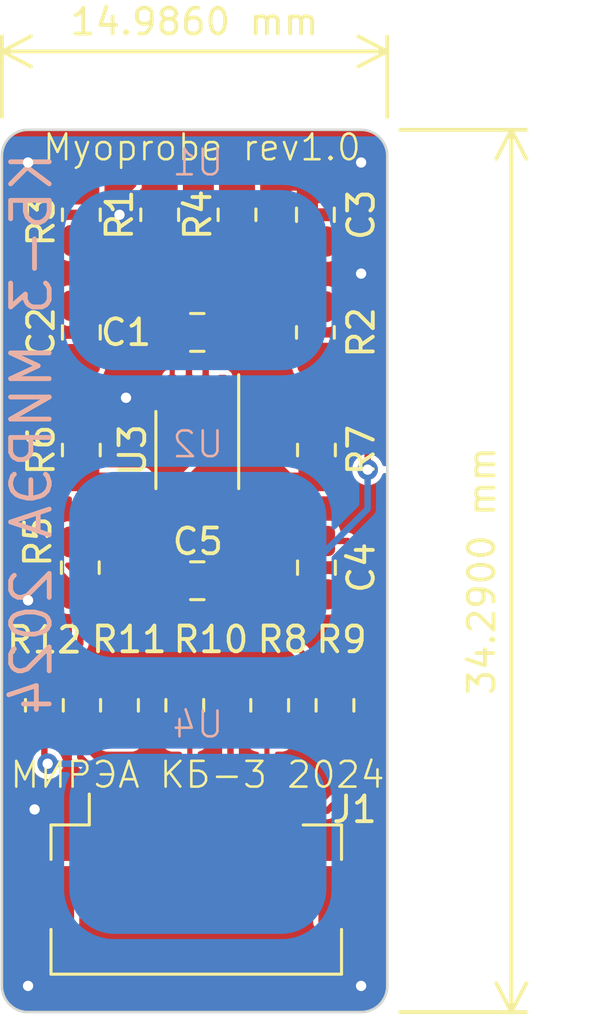
<source format=kicad_pcb>
(kicad_pcb (version 20221018) (generator pcbnew)
  (layers (0 "F.Cu" signal) (31 "B.Cu" signal) (34 "B.Paste" user) (35 "F.Paste" user) (36 "B.SilkS" user "B.Silkscreen") (37 "F.SilkS" user "F.Silkscreen") (38 "B.Mask" user) (39 "F.Mask" user) (44 "Edge.Cuts" user))
  (net 0 "")
  (net 1 "Net-(U3-+)")
  (net 2 "Net-(U3--)")
  (net 3 "GNDA")
  (net 4 "+3.3VA")
  (net 5 "OUT_P")
  (net 6 "Net-(C5-Pad2)")
  (net 7 "ADC_Vref")
  (net 8 "OUT_N")
  (net 9 "INA_Vref")
  (net 10 "Net-(R1-Pad2)")
  (net 11 "Net-(R2-Pad2)")
  (net 12 "Net-(U3-Ref)")
  (net 13 "Net-(U3-RG)")
  (net 14 "Net-(R12-Pad1)")
  (footprint "Connector_FFC-FPC:Hirose_FH12-16S-0.5SH_1x16-1MP_P0.50mm_Horizontal" (layer "F.Cu") (at 87.314 59.052)
    (fp_text reference "J1" (at 6.158 -1.902) (layer "F.SilkS"))
    (fp_text value "Conn_01x16")
    (fp_line (start -5.65 -1.3) (end -5.65 0.04) (stroke (width 0.12)) (layer "F.SilkS"))
    (fp_line (start -5.65 2.76) (end -5.65 4.5) (stroke (width 0.12)) (layer "F.SilkS"))
    (fp_line (start -5.65 4.5) (end 5.65 4.5) (stroke (width 0.12)) (layer "F.SilkS"))
    (fp_line (start -4.16 -1.3) (end -5.65 -1.3) (stroke (width 0.12)) (layer "F.SilkS"))
    (fp_line (start -4.16 -1.3) (end -4.16 -2.5) (stroke (width 0.12)) (layer "F.SilkS"))
    (fp_line (start 4.16 -1.3) (end 5.65 -1.3) (stroke (width 0.12)) (layer "F.SilkS"))
    (fp_line (start 5.65 -1.3) (end 5.65 0.04) (stroke (width 0.12)) (layer "F.SilkS"))
    (fp_line (start 5.65 4.5) (end 5.65 2.76) (stroke (width 0.12)) (layer "F.SilkS"))
    (pad "1" smd rect (at -3.75 -1.85) (size 0.3 1.3) (layers "F.Cu" "F.Paste" "F.Mask") (net 3 "GNDA"))
    (pad "2" smd rect (at -3.25 -1.85) (size 0.3 1.3) (layers "F.Cu" "F.Paste" "F.Mask") (net 9 "INA_Vref"))
    (pad "3" smd rect (at -2.75 -1.85) (size 0.3 1.3) (layers "F.Cu" "F.Paste" "F.Mask") (net 3 "GNDA"))
    (pad "4" smd rect (at -2.25 -1.85) (size 0.3 1.3) (layers "F.Cu" "F.Paste" "F.Mask") (net 3 "GNDA"))
    (pad "5" smd rect (at -1.75 -1.85) (size 0.3 1.3) (layers "F.Cu" "F.Paste" "F.Mask") (net 3 "GNDA"))
    (pad "6" smd rect (at -1.25 -1.85) (size 0.3 1.3) (layers "F.Cu" "F.Paste" "F.Mask") (net 3 "GNDA"))
    (pad "7" smd rect (at -0.75 -1.85) (size 0.3 1.3) (layers "F.Cu" "F.Paste" "F.Mask") (net 3 "GNDA"))
    (pad "8" smd rect (at -0.25 -1.85) (size 0.3 1.3) (layers "F.Cu" "F.Paste" "F.Mask") (net 8 "OUT_N"))
    (pad "9" smd rect (at 0.25 -1.85) (size 0.3 1.3) (layers "F.Cu" "F.Paste" "F.Mask") (net 3 "GNDA"))
    (pad "10" smd rect (at 0.75 -1.85) (size 0.3 1.3) (layers "F.Cu" "F.Paste" "F.Mask") (net 3 "GNDA"))
    (pad "11" smd rect (at 1.25 -1.85) (size 0.3 1.3) (layers "F.Cu" "F.Paste" "F.Mask") (net 3 "GNDA"))
    (pad "12" smd rect (at 1.75 -1.85) (size 0.3 1.3) (layers "F.Cu" "F.Paste" "F.Mask") (net 7 "ADC_Vref"))
    (pad "13" smd rect (at 2.25 -1.85) (size 0.3 1.3) (layers "F.Cu" "F.Paste" "F.Mask") (net 3 "GNDA"))
    (pad "14" smd rect (at 2.75 -1.85) (size 0.3 1.3) (layers "F.Cu" "F.Paste" "F.Mask") (net 5 "OUT_P"))
    (pad "15" smd rect (at 3.25 -1.85) (size 0.3 1.3) (layers "F.Cu" "F.Paste" "F.Mask") (net 3 "GNDA"))
    (pad "16" smd rect (at 3.75 -1.85) (size 0.3 1.3) (layers "F.Cu" "F.Paste" "F.Mask") (net 4 "+3.3VA"))
    (pad "MP" smd rect (at -5.65 1.4) (size 1.8 2.2) (layers "F.Cu" "F.Paste" "F.Mask"))
    (pad "MP" smd rect (at 5.65 1.4) (size 1.8 2.2) (layers "F.Cu" "F.Paste" "F.Mask"))
  )
  (footprint "Resistor_SMD:R_0805_2012Metric_Pad1.20x1.40mm_HandSolder" (layer "F.Cu") (at 90.17 53.102 90)
    (fp_text reference "R8" (at 2.556 0.508 180) (layer "F.SilkS"))
    (fp_text value "10k")
    (fp_line (start -0.227064 -0.735) (end 0.227064 -0.735) (stroke (width 0.12)) (layer "F.SilkS"))
    (fp_line (start -0.227064 0.735) (end 0.227064 0.735) (stroke (width 0.12)) (layer "F.SilkS"))
    (pad "1" smd roundrect (at -1 0 90) (size 1.2 1.4) (layers "F.Cu" "F.Paste" "F.Mask") (roundrect_rratio 0.2083333333) (net 5 "OUT_P"))
    (pad "2" smd roundrect (at 1 0 90) (size 1.2 1.4) (layers "F.Cu" "F.Paste" "F.Mask") (roundrect_rratio 0.2083333333) (net 7 "ADC_Vref"))
  )
  (footprint "Resistor_SMD:R_0805_2012Metric_Pad1.20x1.40mm_HandSolder" (layer "F.Cu") (at 81.407 53.102 90)
    (fp_text reference "R12" (at 2.54 0 180) (layer "F.SilkS"))
    (fp_text value "5.1k")
    (fp_line (start -0.227064 -0.735) (end 0.227064 -0.735) (stroke (width 0.12)) (layer "F.SilkS"))
    (fp_line (start -0.227064 0.735) (end 0.227064 0.735) (stroke (width 0.12)) (layer "F.SilkS"))
    (pad "1" smd roundrect (at -1 0 90) (size 1.2 1.4) (layers "F.Cu" "F.Paste" "F.Mask") (roundrect_rratio 0.2083333333) (net 14 "Net-(R12-Pad1)"))
    (pad "2" smd roundrect (at 1 0 90) (size 1.2 1.4) (layers "F.Cu" "F.Paste" "F.Mask") (roundrect_rratio 0.2083333333) (net 9 "INA_Vref"))
  )
  (footprint "Resistor_SMD:R_0805_2012Metric_Pad1.20x1.40mm_HandSolder" (layer "F.Cu") (at 82.804 47.752 90)
    (fp_text reference "R5" (at 1.016 -1.65 90) (layer "F.SilkS"))
    (fp_text value "1M")
    (fp_line (start -0.227064 -0.735) (end 0.227064 -0.735) (stroke (width 0.12)) (layer "F.SilkS"))
    (fp_line (start -0.227064 0.735) (end 0.227064 0.735) (stroke (width 0.12)) (layer "F.SilkS"))
    (pad "1" smd roundrect (at -1 0 90) (size 1.2 1.4) (layers "F.Cu" "F.Paste" "F.Mask") (roundrect_rratio 0.2083333333) (net 9 "INA_Vref"))
    (pad "2" smd roundrect (at 1 0 90) (size 1.2 1.4) (layers "F.Cu" "F.Paste" "F.Mask") (roundrect_rratio 0.2083333333) (net 12 "Net-(U3-Ref)"))
  )
  (footprint "Resistor_SMD:R_0805_2012Metric_Pad1.20x1.40mm_HandSolder" (layer "F.Cu") (at 82.8445 34.036 90)
    (fp_text reference "R3" (at -0.254 -1.5645 270) (layer "F.SilkS"))
    (fp_text value "1M")
    (fp_line (start -0.227064 -0.735) (end 0.227064 -0.735) (stroke (width 0.12)) (layer "F.SilkS"))
    (fp_line (start -0.227064 0.735) (end 0.227064 0.735) (stroke (width 0.12)) (layer "F.SilkS"))
    (pad "1" smd roundrect (at -1 0 90) (size 1.2 1.4) (layers "F.Cu" "F.Paste" "F.Mask") (roundrect_rratio 0.2083333333) (net 1 "Net-(U3-+)"))
    (pad "2" smd roundrect (at 1 0 90) (size 1.2 1.4) (layers "F.Cu" "F.Paste" "F.Mask") (roundrect_rratio 0.2083333333) (net 9 "INA_Vref"))
  )
  (footprint "Capacitor_SMD:C_0805_2012Metric_Pad1.18x1.45mm_HandSolder" (layer "F.Cu") (at 87.3545 48.26 180)
    (fp_text reference "C5" (at -0.0215 1.524) (layer "F.SilkS"))
    (fp_text value "22uF")
    (fp_line (start -0.261252 -0.735) (end 0.261252 -0.735) (stroke (width 0.12)) (layer "F.SilkS"))
    (fp_line (start -0.261252 0.735) (end 0.261252 0.735) (stroke (width 0.12)) (layer "F.SilkS"))
    (pad "1" smd roundrect (at -1.0375 0 180) (size 1.175 1.45) (layers "F.Cu" "F.Paste" "F.Mask") (roundrect_rratio 0.2127659574) (net 5 "OUT_P"))
    (pad "2" smd roundrect (at 1.0375 0 180) (size 1.175 1.45) (layers "F.Cu" "F.Paste" "F.Mask") (roundrect_rratio 0.2127659574) (net 6 "Net-(C5-Pad2)"))
  )
  (footprint "Resistor_SMD:R_0805_2012Metric_Pad1.20x1.40mm_HandSolder" (layer "F.Cu") (at 82.8445 43.18 -90)
    (fp_text reference "R6" (at 0 1.5645 90) (layer "F.SilkS"))
    (fp_text value "100k")
    (fp_line (start -0.227064 -0.735) (end 0.227064 -0.735) (stroke (width 0.12)) (layer "F.SilkS"))
    (fp_line (start -0.227064 0.735) (end 0.227064 0.735) (stroke (width 0.12)) (layer "F.SilkS"))
    (pad "1" smd roundrect (at -1 0 270) (size 1.2 1.4) (layers "F.Cu" "F.Paste" "F.Mask") (roundrect_rratio 0.2083333333) (net 13 "Net-(U3-RG)"))
    (pad "2" smd roundrect (at 1 0 270) (size 1.2 1.4) (layers "F.Cu" "F.Paste" "F.Mask") (roundrect_rratio 0.2083333333) (net 12 "Net-(U3-Ref)"))
  )
  (footprint "Package_SO:MSOP-8_3x3mm_P0.65mm" (layer "F.Cu") (at 87.3545 43.18 -90)
    (fp_text reference "U3" (at 0 2.5185 90) (layer "F.SilkS"))
    (fp_text value "INA331")
    (fp_line (start 0 -1.61) (end -2.925 -1.61) (stroke (width 0.12)) (layer "F.SilkS"))
    (fp_line (start 0 -1.61) (end 1.5 -1.61) (stroke (width 0.12)) (layer "F.SilkS"))
    (fp_line (start 0 1.61) (end -1.5 1.61) (stroke (width 0.12)) (layer "F.SilkS"))
    (fp_line (start 0 1.61) (end 1.5 1.61) (stroke (width 0.12)) (layer "F.SilkS"))
    (pad "1" smd roundrect (at -2.1125 -0.975 270) (size 1.625 0.4) (layers "F.Cu" "F.Paste" "F.Mask") (net 13 "Net-(U3-RG)"))
    (pad "2" smd roundrect (at -2.1125 -0.325 270) (size 1.625 0.4) (layers "F.Cu" "F.Paste" "F.Mask") (net 2 "Net-(U3--)"))
    (pad "3" smd roundrect (at -2.1125 0.325 270) (size 1.625 0.4) (layers "F.Cu" "F.Paste" "F.Mask") (net 1 "Net-(U3-+)"))
    (pad "4" smd roundrect (at -2.1125 0.975 270) (size 1.625 0.4) (layers "F.Cu" "F.Paste" "F.Mask") (net 3 "GNDA"))
    (pad "5" smd roundrect (at 2.1125 0.975 270) (size 1.625 0.4) (layers "F.Cu" "F.Paste" "F.Mask") (net 12 "Net-(U3-Ref)"))
    (pad "6" smd roundrect (at 2.1125 0.325 270) (size 1.625 0.4) (layers "F.Cu" "F.Paste" "F.Mask") (net 6 "Net-(C5-Pad2)"))
    (pad "7" smd roundrect (at 2.1125 -0.325 270) (size 1.625 0.4) (layers "F.Cu" "F.Paste" "F.Mask") (net 4 "+3.3VA"))
    (pad "8" smd roundrect (at 2.1125 -0.975 270) (size 1.625 0.4) (layers "F.Cu" "F.Paste" "F.Mask") (net 4 "+3.3VA"))
  )
  (footprint "Resistor_SMD:R_0805_2012Metric_Pad1.20x1.40mm_HandSolder" (layer "F.Cu") (at 84.328 53.102 90)
    (fp_text reference "R11" (at 2.556 0.381 180) (layer "F.SilkS"))
    (fp_text value "10k")
    (fp_line (start -0.227064 -0.735) (end 0.227064 -0.735) (stroke (width 0.12)) (layer "F.SilkS"))
    (fp_line (start -0.227064 0.735) (end 0.227064 0.735) (stroke (width 0.12)) (layer "F.SilkS"))
    (pad "1" smd roundrect (at -1 0 90) (size 1.2 1.4) (layers "F.Cu" "F.Paste" "F.Mask") (roundrect_rratio 0.2083333333) (net 8 "OUT_N"))
    (pad "2" smd roundrect (at 1 0 90) (size 1.2 1.4) (layers "F.Cu" "F.Paste" "F.Mask") (roundrect_rratio 0.2083333333) (net 3 "GNDA"))
  )
  (footprint "Capacitor_SMD:C_0805_2012Metric_Pad1.18x1.45mm_HandSolder" (layer "F.Cu") (at 87.3545 38.608)
    (fp_text reference "C1" (at -2.7725 0) (layer "F.SilkS"))
    (fp_text value "0.01uF")
    (fp_line (start -0.261252 -0.735) (end 0.261252 -0.735) (stroke (width 0.12)) (layer "F.SilkS"))
    (fp_line (start -0.261252 0.735) (end 0.261252 0.735) (stroke (width 0.12)) (layer "F.SilkS"))
    (pad "1" smd roundrect (at -1.0375 0) (size 1.175 1.45) (layers "F.Cu" "F.Paste" "F.Mask") (roundrect_rratio 0.2127659574) (net 1 "Net-(U3-+)"))
    (pad "2" smd roundrect (at 1.0375 0) (size 1.175 1.45) (layers "F.Cu" "F.Paste" "F.Mask") (roundrect_rratio 0.2127659574) (net 2 "Net-(U3--)"))
  )
  (footprint "Resistor_SMD:R_0805_2012Metric_Pad1.20x1.40mm_HandSolder" (layer "F.Cu") (at 91.948 38.608 -90)
    (fp_text reference "R2" (at 0 -1.778 90) (layer "F.SilkS"))
    (fp_text value "5.1k")
    (fp_line (start -0.227064 -0.735) (end 0.227064 -0.735) (stroke (width 0.12)) (layer "F.SilkS"))
    (fp_line (start -0.227064 0.735) (end 0.227064 0.735) (stroke (width 0.12)) (layer "F.SilkS"))
    (pad "1" smd roundrect (at -1 0 270) (size 1.2 1.4) (layers "F.Cu" "F.Paste" "F.Mask") (roundrect_rratio 0.2083333333) (net 2 "Net-(U3--)"))
    (pad "2" smd roundrect (at 1 0 270) (size 1.2 1.4) (layers "F.Cu" "F.Paste" "F.Mask") (roundrect_rratio 0.2083333333) (net 11 "Net-(R2-Pad2)"))
  )
  (footprint "Capacitor_SMD:C_0805_2012Metric_Pad1.18x1.45mm_HandSolder" (layer "F.Cu") (at 91.948 34.036 -90)
    (fp_text reference "C3" (at 0 -1.778 90) (layer "F.SilkS"))
    (fp_text value "0.047uF")
    (fp_line (start -0.261252 -0.735) (end 0.261252 -0.735) (stroke (width 0.12)) (layer "F.SilkS"))
    (fp_line (start -0.261252 0.735) (end 0.261252 0.735) (stroke (width 0.12)) (layer "F.SilkS"))
    (pad "1" smd roundrect (at -1.0375 0 270) (size 1.175 1.45) (layers "F.Cu" "F.Paste" "F.Mask") (roundrect_rratio 0.2127659574) (net 3 "GNDA"))
    (pad "2" smd roundrect (at 1.0375 0 270) (size 1.175 1.45) (layers "F.Cu" "F.Paste" "F.Mask") (roundrect_rratio 0.2127659574) (net 2 "Net-(U3--)"))
  )
  (footprint "Resistor_SMD:R_0805_2012Metric_Pad1.20x1.40mm_HandSolder" (layer "F.Cu") (at 91.9885 43.18 -90)
    (fp_text reference "R7" (at 0 -1.7375 90) (layer "F.SilkS"))
    (fp_text value "100k")
    (fp_line (start -0.227064 -0.735) (end 0.227064 -0.735) (stroke (width 0.12)) (layer "F.SilkS"))
    (fp_line (start -0.227064 0.735) (end 0.227064 0.735) (stroke (width 0.12)) (layer "F.SilkS"))
    (pad "1" smd roundrect (at -1 0 270) (size 1.2 1.4) (layers "F.Cu" "F.Paste" "F.Mask") (roundrect_rratio 0.2083333333) (net 13 "Net-(U3-RG)"))
    (pad "2" smd roundrect (at 1 0 270) (size 1.2 1.4) (layers "F.Cu" "F.Paste" "F.Mask") (roundrect_rratio 0.2083333333) (net 6 "Net-(C5-Pad2)"))
  )
  (footprint "Resistor_SMD:R_0805_2012Metric_Pad1.20x1.40mm_HandSolder" (layer "F.Cu") (at 92.71 53.102 -90)
    (fp_text reference "R9" (at -2.556 -0.254 -180) (layer "F.SilkS"))
    (fp_text value "10k")
    (fp_line (start -0.227064 -0.735) (end 0.227064 -0.735) (stroke (width 0.12)) (layer "F.SilkS"))
    (fp_line (start -0.227064 0.735) (end 0.227064 0.735) (stroke (width 0.12)) (layer "F.SilkS"))
    (pad "1" smd roundrect (at -1 0 270) (size 1.2 1.4) (layers "F.Cu" "F.Paste" "F.Mask") (roundrect_rratio 0.2083333333) (net 3 "GNDA"))
    (pad "2" smd roundrect (at 1 0 270) (size 1.2 1.4) (layers "F.Cu" "F.Paste" "F.Mask") (roundrect_rratio 0.2083333333) (net 5 "OUT_P"))
  )
  (footprint "Resistor_SMD:R_0805_2012Metric_Pad1.20x1.40mm_HandSolder" (layer "F.Cu") (at 86.868 53.102 -90)
    (fp_text reference "R10" (at -2.556 -1.016 -180) (layer "F.SilkS"))
    (fp_text value "10k")
    (fp_line (start -0.227064 -0.735) (end 0.227064 -0.735) (stroke (width 0.12)) (layer "F.SilkS"))
    (fp_line (start -0.227064 0.735) (end 0.227064 0.735) (stroke (width 0.12)) (layer "F.SilkS"))
    (pad "1" smd roundrect (at -1 0 270) (size 1.2 1.4) (layers "F.Cu" "F.Paste" "F.Mask") (roundrect_rratio 0.2083333333) (net 7 "ADC_Vref"))
    (pad "2" smd roundrect (at 1 0 270) (size 1.2 1.4) (layers "F.Cu" "F.Paste" "F.Mask") (roundrect_rratio 0.2083333333) (net 8 "OUT_N"))
  )
  (footprint "Capacitor_SMD:C_0805_2012Metric_Pad1.18x1.45mm_HandSolder" (layer "F.Cu") (at 91.9885 47.752 -90)
    (fp_text reference "C4" (at 0 -1.7375 90) (layer "F.SilkS"))
    (fp_text value "0.1uF")
    (fp_line (start -0.261252 -0.735) (end 0.261252 -0.735) (stroke (width 0.12)) (layer "F.SilkS"))
    (fp_line (start -0.261252 0.735) (end 0.261252 0.735) (stroke (width 0.12)) (layer "F.SilkS"))
    (pad "1" smd roundrect (at -1.0375 0 270) (size 1.175 1.45) (layers "F.Cu" "F.Paste" "F.Mask") (roundrect_rratio 0.2127659574) (net 4 "+3.3VA"))
    (pad "2" smd roundrect (at 1.0375 0 270) (size 1.175 1.45) (layers "F.Cu" "F.Paste" "F.Mask") (roundrect_rratio 0.2127659574) (net 3 "GNDA"))
  )
  (footprint "Resistor_SMD:R_0805_2012Metric_Pad1.20x1.40mm_HandSolder" (layer "F.Cu") (at 85.8925 34.036 90)
    (fp_text reference "R1" (at 0 -1.5645 270) (layer "F.SilkS"))
    (fp_text value "5.1k")
    (fp_line (start -0.227064 -0.735) (end 0.227064 -0.735) (stroke (width 0.12)) (layer "F.SilkS"))
    (fp_line (start -0.227064 0.735) (end 0.227064 0.735) (stroke (width 0.12)) (layer "F.SilkS"))
    (pad "1" smd roundrect (at -1 0 90) (size 1.2 1.4) (layers "F.Cu" "F.Paste" "F.Mask") (roundrect_rratio 0.2083333333) (net 1 "Net-(U3-+)"))
    (pad "2" smd roundrect (at 1 0 90) (size 1.2 1.4) (layers "F.Cu" "F.Paste" "F.Mask") (roundrect_rratio 0.2083333333) (net 10 "Net-(R1-Pad2)"))
  )
  (footprint "Capacitor_SMD:C_0805_2012Metric_Pad1.18x1.45mm_HandSolder" (layer "F.Cu") (at 82.8445 38.608 -90)
    (fp_text reference "C2" (at 0 1.5645 90) (layer "F.SilkS"))
    (fp_text value "0.047uF")
    (fp_line (start -0.261252 -0.735) (end 0.261252 -0.735) (stroke (width 0.12)) (layer "F.SilkS"))
    (fp_line (start -0.261252 0.735) (end 0.261252 0.735) (stroke (width 0.12)) (layer "F.SilkS"))
    (pad "1" smd roundrect (at -1.0375 0 270) (size 1.175 1.45) (layers "F.Cu" "F.Paste" "F.Mask") (roundrect_rratio 0.2127659574) (net 1 "Net-(U3-+)"))
    (pad "2" smd roundrect (at 1.0375 0 270) (size 1.175 1.45) (layers "F.Cu" "F.Paste" "F.Mask") (roundrect_rratio 0.2127659574) (net 3 "GNDA"))
  )
  (footprint "Resistor_SMD:R_0805_2012Metric_Pad1.20x1.40mm_HandSolder" (layer "F.Cu") (at 88.9 34.036 -90)
    (fp_text reference "R4" (at 0 1.524 -90) (layer "F.SilkS"))
    (fp_text value "1M")
    (fp_line (start -0.227064 -0.735) (end 0.227064 -0.735) (stroke (width 0.12)) (layer "F.SilkS"))
    (fp_line (start -0.227064 0.735) (end 0.227064 0.735) (stroke (width 0.12)) (layer "F.SilkS"))
    (pad "1" smd roundrect (at -1 0 270) (size 1.2 1.4) (layers "F.Cu" "F.Paste" "F.Mask") (roundrect_rratio 0.2083333333) (net 9 "INA_Vref"))
    (pad "2" smd roundrect (at 1 0 270) (size 1.2 1.4) (layers "F.Cu" "F.Paste" "F.Mask") (roundrect_rratio 0.2083333333) (net 2 "Net-(U3--)"))
  )
  (footprint "footprints:EMG_PAD_10_7" (layer "B.Cu") (at 87.376 36.576 180)
    (fp_text reference "U1" (at 0 4.572 unlocked) (layer "B.SilkS") (effects (font (thickness 0.1)) (justify mirror)))
    (fp_text value "EMG_SPRING_PAD")
    (pad "1" smd roundrect (at 0 0 180) (size 10 7) (layers "B.Cu" "B.Paste" "B.Mask") (net 10 "Net-(R1-Pad2)"))
  )
  (footprint "footprints:EMG_PAD_10_7" (layer "B.Cu") (at 87.376 47.531 180)
    (fp_text reference "U2" (at 0 4.572 unlocked) (layer "B.SilkS") (effects (font (thickness 0.1)) (justify mirror)))
    (fp_text value "EMG_SPRING_PAD")
    (pad "1" smd roundrect (at 0 0 180) (size 10 7) (layers "B.Cu" "B.Paste" "B.Mask") (net 11 "Net-(R2-Pad2)"))
  )
  (footprint "footprints:EMG_PAD_10_7" (layer "B.Cu") (at 87.376 58.486 180)
    (fp_text reference "U4" (at 0 4.638 unlocked) (layer "B.SilkS") (effects (font (thickness 0.1)) (justify mirror)))
    (fp_text value "EMG_SPRING_PAD")
    (pad "1" smd roundrect (at 0 0 180) (size 10 7) (layers "B.Cu" "B.Paste" "B.Mask") (net 14 "Net-(R12-Pad1)"))
  )
  (gr_arc (start 93.726 30.734) (mid 94.44442 31.03158) (end 94.742 31.75) (stroke (width 0.1)) (layer "Edge.Cuts"))
  (gr_line (start 80.772 65.024) (end 93.726 65.024) (stroke (width 0.1)) (layer "Edge.Cuts"))
  (gr_line (start 93.726 30.734) (end 80.772 30.734) (stroke (width 0.1)) (layer "Edge.Cuts"))
  (gr_arc (start 94.742 64.008) (mid 94.44442 64.72642) (end 93.726 65.024) (stroke (width 0.1)) (layer "Edge.Cuts"))
  (gr_arc (start 79.756 31.75) (mid 80.05358 31.03158) (end 80.772 30.734) (stroke (width 0.1)) (layer "Edge.Cuts"))
  (gr_line (start 79.756 31.75) (end 79.756 64.008) (stroke (width 0.1)) (layer "Edge.Cuts"))
  (gr_arc (start 80.772 65.024) (mid 80.05358 64.72642) (end 79.756 64.008) (stroke (width 0.1)) (layer "Edge.Cuts"))
  (gr_line (start 94.742 64.008) (end 94.742 31.75) (stroke (width 0.1)) (layer "Edge.Cuts"))
  (gr_text "КБ-3 МИРЭА 2024" (at 81.788 31.496 90) (layer "B.SilkS") (effects (font (size 1.5 1.5) (thickness 0.1875)) (justify left bottom mirror)))
  (gr_text "МИРЭА КБ-3 2024" (at 80.01 56.388) (layer "F.SilkS") (effects (font (size 1 1) (thickness 0.1)) (justify left bottom)))
  (gr_text "Myoprobe rev1.0" (at 81.28 32.004) (layer "F.SilkS") (effects (font (size 1 1) (thickness 0.1)) (justify left bottom)))
  (dimension (type aligned) (layer "F.SilkS") (pts (xy 79.756 30.734) (xy 94.742 30.734)) (height -3.048) (gr_text "14.9860 mm" (at 87.249 26.536) (layer "F.SilkS") (effects (font (size 1 1) (thickness 0.15)))) (format (prefix "") (suffix "") (units 3) (units_format 1) (precision 4)) (style (thickness 0.15) (arrow_length 1.27) (text_position_mode 0) (extension_height 0.58642) (extension_offset 0.5) keep_text_aligned))
  (dimension (type aligned) (layer "F.SilkS") (pts (xy 94.742 30.734) (xy 94.742 65.024)) (height -4.826) (gr_text "34.2900 mm" (at 98.418 47.879 90) (layer "F.SilkS") (effects (font (size 1 1) (thickness 0.15)))) (format (prefix "") (suffix "") (units 3) (units_format 1) (precision 4)) (style (thickness 0.15) (arrow_length 1.27) (text_position_mode 0) (extension_height 0.58642) (extension_offset 0.5) keep_text_aligned))
  (segment (start 85.8925 38.1835) (end 86.317 38.608) (width 0.25) (layer "F.Cu") (net 1))
  (segment (start 86.317 38.608) (end 87.0295 39.3205) (width 0.25) (layer "F.Cu") (net 1))
  (segment (start 87.0295 39.3205) (end 87.0295 41.0675) (width 0.25) (layer "F.Cu") (net 1))
  (segment (start 85.8925 35.036) (end 82.8445 35.036) (width 0.25) (layer "F.Cu") (net 1))
  (segment (start 85.8925 35.036) (end 85.8925 38.1835) (width 0.25) (layer "F.Cu") (net 1))
  (segment (start 82.8445 37.5705) (end 82.8445 35.036) (width 0.25) (layer "F.Cu") (net 1))
  (segment (start 91.948 37.608) (end 91.948 35.0735) (width 0.25) (layer "F.Cu") (net 2))
  (segment (start 88.9 35.036) (end 91.9105 35.036) (width 0.25) (layer "F.Cu") (net 2))
  (segment (start 87.6795 39.3205) (end 87.6795 41.0675) (width 0.25) (layer "F.Cu") (net 2))
  (segment (start 88.9 35.036) (end 88.9 38.1) (width 0.25) (layer "F.Cu") (net 2))
  (segment (start 91.9105 35.036) (end 91.948 35.0735) (width 0.25) (layer "F.Cu") (net 2))
  (segment (start 88.392 38.608) (end 87.6795 39.3205) (width 0.25) (layer "F.Cu") (net 2))
  (segment (start 88.9 38.1) (end 88.392 38.608) (width 0.25) (layer "F.Cu") (net 2))
  (via (at 93.726 32.004) (size 0.8) (drill 0.4) (layers "F.Cu" "B.Cu") (net 3))
  (via (at 84.582 41.148) (size 0.8) (drill 0.4) (layers "F.Cu" "B.Cu") (net 3))
  (via (at 80.772 64.008) (size 0.8) (drill 0.4) (layers "F.Cu" "B.Cu") (net 3))
  (via (at 93.726 36.322) (size 0.8) (drill 0.4) (layers "F.Cu" "B.Cu") (net 3))
  (via (at 80.772 32.004) (size 0.8) (drill 0.4) (layers "F.Cu" "B.Cu") (net 3))
  (via (at 80.772 49.022) (size 0.8) (drill 0.4) (layers "F.Cu" "B.Cu") (net 3))
  (via (at 93.726 64.008) (size 0.8) (drill 0.4) (layers "F.Cu" "B.Cu") (net 3))
  (via (at 81.026 57.15) (size 0.8) (drill 0.4) (layers "F.Cu" "B.Cu") (net 3))
  (segment (start 88.3295 45.2925) (end 87.6795 45.2925) (width 0.25) (layer "F.Cu") (net 4))
  (segment (start 92.404 57.202) (end 94.234 55.372) (width 0.25) (layer "F.Cu") (net 4))
  (segment (start 93.1965 46.7145) (end 91.9885 46.7145) (width 0.25) (layer "F.Cu") (net 4))
  (segment (start 89.4885 45.2925) (end 88.3295 45.2925) (width 0.25) (layer "F.Cu") (net 4))
  (segment (start 94.234 47.752) (end 93.1965 46.7145) (width 0.25) (layer "F.Cu") (net 4))
  (segment (start 91.9885 46.7145) (end 90.9105 46.7145) (width 0.25) (layer "F.Cu") (net 4))
  (segment (start 94.234 55.372) (end 94.234 47.752) (width 0.25) (layer "F.Cu") (net 4))
  (segment (start 91.064 57.202) (end 92.404 57.202) (width 0.25) (layer "F.Cu") (net 4))
  (segment (start 90.9105 46.7145) (end 89.4885 45.2925) (width 0.25) (layer "F.Cu") (net 4))
  (segment (start 91.44 51.054) (end 91.44 54.102) (width 0.2) (layer "F.Cu") (net 5))
  (segment (start 88.392 48.26) (end 88.646 48.26) (width 0.2) (layer "F.Cu") (net 5))
  (segment (start 90.064 54.208) (end 90.064 57.202) (width 0.2) (layer "F.Cu") (net 5))
  (segment (start 88.646 48.26) (end 91.44 51.054) (width 0.2) (layer "F.Cu") (net 5))
  (segment (start 90.17 54.102) (end 90.064 54.208) (width 0.2) (layer "F.Cu") (net 5))
  (segment (start 91.44 54.102) (end 92.71 54.102) (width 0.2) (layer "F.Cu") (net 5))
  (segment (start 90.17 54.102) (end 91.44 54.102) (width 0.2) (layer "F.Cu") (net 5))
  (segment (start 91.9885 44.18) (end 90.916 44.18) (width 0.25) (layer "F.Cu") (net 6))
  (segment (start 87.0295 45.2925) (end 87.0295 47.5475) (width 0.25) (layer "F.Cu") (net 6))
  (segment (start 90.916 44.18) (end 90.678 43.942) (width 0.25) (layer "F.Cu") (net 6))
  (segment (start 87.376 43.942) (end 87.0295 44.2885) (width 0.25) (layer "F.Cu") (net 6))
  (segment (start 90.678 43.942) (end 87.376 43.942) (width 0.25) (layer "F.Cu") (net 6))
  (segment (start 87.0295 47.5475) (end 86.317 48.26) (width 0.25) (layer "F.Cu") (net 6))
  (segment (start 87.0295 44.2885) (end 87.0295 45.2925) (width 0.25) (layer "F.Cu") (net 6))
  (segment (start 88.646 55.626) (end 88.646 52.102) (width 0.25) (layer "F.Cu") (net 7))
  (segment (start 88.646 52.102) (end 90.17 52.102) (width 0.25) (layer "F.Cu") (net 7))
  (segment (start 86.868 52.102) (end 88.646 52.102) (width 0.25) (layer "F.Cu") (net 7))
  (segment (start 89.064 56.044) (end 88.646 55.626) (width 0.25) (layer "F.Cu") (net 7))
  (segment (start 89.064 57.202) (end 89.064 56.044) (width 0.25) (layer "F.Cu") (net 7))
  (segment (start 87.064 54.298) (end 86.868 54.102) (width 0.2) (layer "F.Cu") (net 8))
  (segment (start 87.064 57.202) (end 87.064 54.298) (width 0.2) (layer "F.Cu") (net 8))
  (segment (start 84.328 54.102) (end 86.868 54.102) (width 0.2) (layer "F.Cu") (net 8))
  (segment (start 87.249 54.102) (end 87.064 54.287) (width 0.2) (layer "F.Cu") (net 8))
  (segment (start 82.804 48.752) (end 82.804 50.705) (width 0.25) (layer "F.Cu") (net 9))
  (segment (start 82.8445 33.036) (end 82.8445 32.436) (width 0.25) (layer "F.Cu") (net 9))
  (segment (start 82.804 48.752) (end 82.312 48.752) (width 0.25) (layer "F.Cu") (net 9))
  (segment (start 82.518 52.102) (end 81.407 52.102) (width 0.25) (layer "F.Cu") (net 9))
  (segment (start 88.392 31.496) (end 88.9 32.004) (width 0.25) (layer "F.Cu") (net 9))
  (segment (start 84.064 56.378) (end 82.804 55.118) (width 0.25) (layer "F.Cu") (net 9))
  (segment (start 80.772 33.782) (end 81.518 33.036) (width 0.25) (layer "F.Cu") (net 9))
  (segment (start 84.064 57.202) (end 84.064 56.378) (width 0.25) (layer "F.Cu") (net 9))
  (segment (start 82.8445 32.436) (end 83.7845 31.496) (width 0.25) (layer "F.Cu") (net 9))
  (segment (start 81.518 33.036) (end 82.8445 33.036) (width 0.25) (layer "F.Cu") (net 9))
  (segment (start 82.55 52.07) (end 82.518 52.102) (width 0.25) (layer "F.Cu") (net 9))
  (segment (start 80.772 46.72) (end 80.772 33.782) (width 0.25) (layer "F.Cu") (net 9))
  (segment (start 88.9 32.004) (end 88.9 33.036) (width 0.25) (layer "F.Cu") (net 9))
  (segment (start 82.804 52.324) (end 82.55 52.07) (width 0.25) (layer "F.Cu") (net 9))
  (segment (start 82.804 48.752) (end 80.772 46.72) (width 0.25) (layer "F.Cu") (net 9))
  (segment (start 82.804 50.705) (end 81.407 52.102) (width 0.25) (layer "F.Cu") (net 9))
  (segment (start 83.7845 31.496) (end 88.392 31.496) (width 0.25) (layer "F.Cu") (net 9))
  (segment (start 82.804 55.118) (end 82.804 52.324) (width 0.25) (layer "F.Cu") (net 9))
  (segment (start 85.8925 33.036) (end 85.328 33.036) (width 0.25) (layer "F.Cu") (net 10))
  (segment (start 85.328 33.036) (end 84.328 34.036) (width 0.25) (layer "F.Cu") (net 10))
  (via (at 84.328 34.036) (size 0.8) (drill 0.4) (layers "F.Cu" "B.Cu") (net 10))
  (segment (start 84.582 33.782) (end 87.376 36.576) (width 0.25) (layer "B.Cu") (net 10))
  (segment (start 93.98 41.64) (end 91.948 39.608) (width 0.25) (layer "F.Cu") (net 11))
  (segment (start 93.98 43.942) (end 93.98 41.64) (width 0.25) (layer "F.Cu") (net 11))
  (via (at 93.98 43.942) (size 0.8) (drill 0.4) (layers "F.Cu" "B.Cu") (net 11))
  (segment (start 93.98 43.942) (end 93.98 45.466) (width 0.25) (layer "B.Cu") (net 11))
  (segment (start 88.138 45.466) (end 87.376 46.228) (width 0.25) (layer "B.Cu") (net 11))
  (segment (start 93.98 45.466) (end 91.915 47.531) (width 0.25) (layer "B.Cu") (net 11))
  (segment (start 91.915 47.531) (end 87.376 47.531) (width 0.25) (layer "B.Cu") (net 11))
  (segment (start 82.8445 44.18) (end 85.267 44.18) (width 0.25) (layer "F.Cu") (net 12))
  (segment (start 82.804 46.752) (end 82.804 44.2205) (width 0.25) (layer "F.Cu") (net 12))
  (segment (start 85.267 44.18) (end 86.3795 45.2925) (width 0.25) (layer "F.Cu") (net 12))
  (segment (start 82.804 44.2205) (end 82.8445 44.18) (width 0.25) (layer "F.Cu") (net 12))
  (segment (start 89.8355 41.0675) (end 88.3295 41.0675) (width 0.25) (layer "F.Cu") (net 13))
  (segment (start 88.3295 41.0675) (end 88.3295 42.7345) (width 0.25) (layer "F.Cu") (net 13))
  (segment (start 88.138 42.926) (end 84.328 42.926) (width 0.25) (layer "F.Cu") (net 13))
  (segment (start 84.328 42.926) (end 83.582 42.18) (width 0.25) (layer "F.Cu") (net 13))
  (segment (start 83.582 42.18) (end 82.8445 42.18) (width 0.25) (layer "F.Cu") (net 13))
  (segment (start 91.9885 42.18) (end 90.948 42.18) (width 0.25) (layer "F.Cu") (net 13))
  (segment (start 90.948 42.18) (end 89.8355 41.0675) (width 0.25) (layer "F.Cu") (net 13))
  (segment (start 88.3295 42.7345) (end 88.138 42.926) (width 0.25) (layer "F.Cu") (net 13))
  (segment (start 81.407 55.245) (end 81.534 55.372) (width 0.25) (layer "F.Cu") (net 14))
  (segment (start 81.407 54.102) (end 81.407 55.245) (width 0.25) (layer "F.Cu") (net 14))
  (via (at 81.534 55.372) (size 0.8) (drill 0.4) (layers "F.Cu" "B.Cu") (net 14))
  (segment (start 84.262 55.372) (end 87.376 58.486) (width 0.25) (layer "B.Cu") (net 14))
  (segment (start 81.534 55.372) (end 84.262 55.372) (width 0.25) (layer "B.Cu") (net 14))
  (zone (net 3) (net_name "GNDA") (layer "F.Cu") (connect_pads (clearance 0.15)) (min_thickness 0.2) (fill yes (thermal_gap 0.2) (thermal_bridge_width 0.2) (smoothing fillet))
    (polygon (pts (xy 79.756 30.734) (xy 94.742 30.734) (xy 94.742 65.024) (xy 79.756 65.024)))
  )
  (zone (net 3) (net_name "GNDA") (layer "B.Cu") (priority 1) (connect_pads (clearance 0.2)) (min_thickness 0.2) (fill yes (thermal_gap 0.5) (thermal_bridge_width 0.5) (smoothing fillet))
    (polygon (pts (xy 79.756 30.988) (xy 94.742 30.988) (xy 94.742 65.024) (xy 79.756 65.024)))
  )
)
</source>
